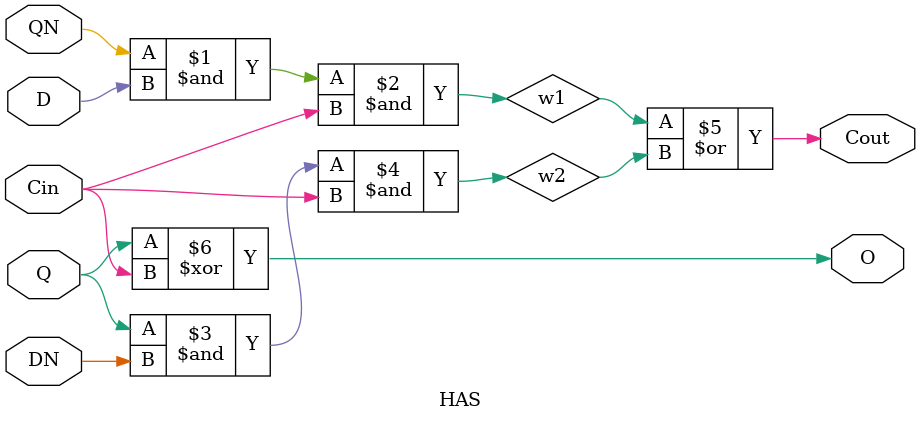
<source format=v>

module HAS(Cin, Cout, D, DN, Q, QN, O);
	input Cin, D, DN, Q, QN;
	output O, Cout;
	
	wire w1, w2;
	
	and(w1, QN, D, Cin);
	and(w2, Q, DN, Cin);
	or(Cout, w1, w2);
	
	xor(O, Q, Cin);
endmodule
</source>
